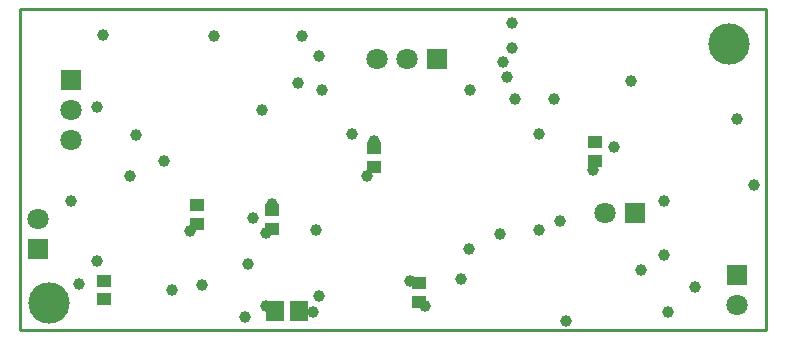
<source format=gbs>
G04*
G04 #@! TF.GenerationSoftware,Altium Limited,Altium Designer,21.5.1 (32)*
G04*
G04 Layer_Color=16711935*
%FSLAX25Y25*%
%MOIN*%
G70*
G04*
G04 #@! TF.SameCoordinates,8A425D5F-BF34-4987-8E10-FF1777C96443*
G04*
G04*
G04 #@! TF.FilePolarity,Negative*
G04*
G01*
G75*
%ADD16C,0.01000*%
%ADD32R,0.04737X0.04343*%
%ADD38R,0.05918X0.06902*%
%ADD43C,0.07099*%
%ADD44R,0.07099X0.07099*%
%ADD45R,0.07099X0.07099*%
%ADD46C,0.13800*%
%ADD47C,0.03950*%
D16*
X0Y-107106D02*
Y0D01*
X248500D01*
Y-107106D02*
Y0D01*
X0Y-107106D02*
X248500D01*
D32*
X118000Y-46350D02*
D03*
Y-52650D02*
D03*
X133000Y-97650D02*
D03*
Y-91350D02*
D03*
X191500Y-44350D02*
D03*
Y-50650D02*
D03*
X28000Y-96799D02*
D03*
Y-90500D02*
D03*
X59000Y-71650D02*
D03*
Y-65350D02*
D03*
X84000Y-66850D02*
D03*
Y-73150D02*
D03*
D38*
X85063Y-100500D02*
D03*
X92937D02*
D03*
D43*
X239000Y-98500D02*
D03*
X195000Y-68000D02*
D03*
X6000Y-70000D02*
D03*
X17000Y-33500D02*
D03*
Y-43500D02*
D03*
X129000Y-16500D02*
D03*
X119000D02*
D03*
D44*
X239000Y-88500D02*
D03*
X6000Y-80000D02*
D03*
X17000Y-23500D02*
D03*
D45*
X205000Y-68000D02*
D03*
X139000Y-16500D02*
D03*
D46*
X9500Y-98000D02*
D03*
X236221Y-11811D02*
D03*
D47*
X173000Y-73756D02*
D03*
X214500Y-82000D02*
D03*
X135000Y-99000D02*
D03*
X150000Y-27000D02*
D03*
X118000Y-44000D02*
D03*
X130000Y-90500D02*
D03*
X149500Y-80000D02*
D03*
X165000Y-30000D02*
D03*
X160000Y-75000D02*
D03*
X147000Y-90000D02*
D03*
X182000Y-104000D02*
D03*
X216000Y-101000D02*
D03*
X207000Y-87000D02*
D03*
X225000Y-92500D02*
D03*
X198000Y-46000D02*
D03*
X180000Y-70500D02*
D03*
X214500Y-64000D02*
D03*
X244500Y-58500D02*
D03*
X191000Y-53500D02*
D03*
X173000Y-41500D02*
D03*
X239000Y-36500D02*
D03*
X178000Y-30000D02*
D03*
X99500Y-15500D02*
D03*
X94000Y-9000D02*
D03*
X164000Y-4500D02*
D03*
Y-13000D02*
D03*
X25500Y-84000D02*
D03*
X77500Y-69500D02*
D03*
X82000Y-74500D02*
D03*
X84000Y-65000D02*
D03*
X99500Y-95500D02*
D03*
X110500Y-41500D02*
D03*
X76000Y-85000D02*
D03*
X98500Y-73500D02*
D03*
X80500Y-33500D02*
D03*
X100500Y-27000D02*
D03*
X17000Y-64000D02*
D03*
X38500Y-42000D02*
D03*
X19500Y-91500D02*
D03*
X60500Y-92000D02*
D03*
X82000Y-99000D02*
D03*
X92500Y-24500D02*
D03*
X161000Y-17500D02*
D03*
X162378Y-22500D02*
D03*
X48000Y-50500D02*
D03*
X203500Y-24000D02*
D03*
X75000Y-102500D02*
D03*
X50500Y-93500D02*
D03*
X115500Y-55500D02*
D03*
X56500Y-74000D02*
D03*
X36500Y-55500D02*
D03*
X97500Y-101000D02*
D03*
X64500Y-9000D02*
D03*
X27500Y-8500D02*
D03*
X25500Y-32500D02*
D03*
M02*

</source>
